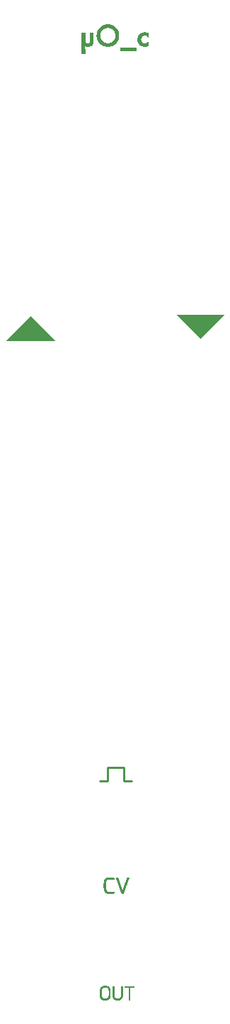
<source format=gto>
G04 DipTrace 3.1.0.0*
G04 uO_c_panel.GTO*
%MOIN*%
G04 #@! TF.FileFunction,Legend,Top*
G04 #@! TF.Part,Single*
%ADD12C,0.001*%
%ADD13C,0.01*%
%FSLAX26Y26*%
G04*
G70*
G90*
G75*
G01*
G04 TopSilk*
%LPD*%
G36*
X681056Y3900251D2*
X906056D1*
X787307Y4018999D1*
X668556Y3900251D1*
D1*
X681056D1*
G37*
G36*
X1481056Y4025249D2*
X1699807D1*
X1587307Y3912751D1*
X1474807Y4025249D1*
D1*
X1481056D1*
G37*
X1112307Y1837751D2*
D13*
X1149807D1*
Y1900249D1*
X1224807D1*
Y1837751D1*
X1262307D1*
X1139575Y5386764D2*
D12*
X1159575D1*
X1136155Y5385764D2*
X1162878D1*
X1133035Y5384764D2*
X1165874D1*
X1130300Y5383764D2*
X1168559D1*
X1127933Y5382764D2*
X1170911D1*
X1125875Y5381764D2*
X1172907D1*
X1124073Y5380764D2*
X1174650D1*
X1122461Y5379764D2*
X1176253D1*
X1120994Y5378764D2*
X1177764D1*
X1119618Y5377764D2*
X1179185D1*
X1118256Y5376764D2*
X1180543D1*
X1116946Y5375764D2*
X1181897D1*
X1115750Y5374764D2*
X1183205D1*
X1114650Y5373764D2*
X1184400D1*
X1113604Y5372764D2*
X1141813D1*
X1157336D2*
X1185496D1*
X1112586Y5371764D2*
X1138396D1*
X1160750D2*
X1186506D1*
X1111583Y5370764D2*
X1135471D1*
X1163644D2*
X1187397D1*
X1110615Y5369764D2*
X1133010D1*
X1166012D2*
X1188165D1*
X1109742Y5368764D2*
X1130943D1*
X1167967D2*
X1188907D1*
X1108981Y5367764D2*
X1129247D1*
X1169643D2*
X1189698D1*
X1108241Y5366764D2*
X1127835D1*
X1171101D2*
X1190479D1*
X1107451Y5365764D2*
X1126531D1*
X1172360D2*
X1191193D1*
X1106675Y5364764D2*
X1125216D1*
X1173486D2*
X1191884D1*
X1105992Y5363764D2*
X1123933D1*
X1174540D2*
X1192575D1*
X1105393Y5362764D2*
X1122783D1*
X1175562D2*
X1193237D1*
X1104818Y5361764D2*
X1121814D1*
X1176570D2*
X1193902D1*
X1104205Y5360764D2*
X1121010D1*
X1177569D2*
X1194578D1*
X1103554Y5359764D2*
X1120252D1*
X1178535D2*
X1195204D1*
X1102943Y5358764D2*
X1119454D1*
X1179404D2*
X1195771D1*
X1102411Y5357764D2*
X1118676D1*
X1180130D2*
X1196300D1*
X1101976Y5356764D2*
X1117992D1*
X1180742D2*
X1196781D1*
X1101612Y5355764D2*
X1117397D1*
X1181293D2*
X1197191D1*
X1101250Y5354764D2*
X1116853D1*
X1181812D2*
X1197545D1*
X1100907Y5353764D2*
X1116336D1*
X1182321D2*
X1197902D1*
X1100584Y5352764D2*
X1115828D1*
X1182823D2*
X1198244D1*
X1100240Y5351764D2*
X1115327D1*
X1183321D2*
X1198566D1*
X1099903Y5350764D2*
X1114829D1*
X1183789D2*
X1198906D1*
X1322575D2*
X1325575D1*
X1099582Y5349764D2*
X1114364D1*
X1184194D2*
X1199212D1*
X1317463D2*
X1330255D1*
X1027575Y5348764D2*
X1041575D1*
X1067575D2*
X1080575D1*
X1099243D2*
X1113991D1*
X1184546D2*
X1199440D1*
X1313446D2*
X1334039D1*
X1027575Y5347764D2*
X1041575D1*
X1067575D2*
X1080575D1*
X1098942D2*
X1113731D1*
X1184898D2*
X1199667D1*
X1310420D2*
X1336862D1*
X1027575Y5346764D2*
X1041575D1*
X1067575D2*
X1080575D1*
X1098749D2*
X1113491D1*
X1185209D2*
X1199951D1*
X1308067D2*
X1339040D1*
X1027575Y5345764D2*
X1041575D1*
X1067575D2*
X1080575D1*
X1098649D2*
X1113201D1*
X1185439D2*
X1200226D1*
X1306144D2*
X1339963D1*
X1027575Y5344764D2*
X1041575D1*
X1067575D2*
X1080575D1*
X1098600D2*
X1112924D1*
X1185667D2*
X1200408D1*
X1304490D2*
X1340290D1*
X1027575Y5343764D2*
X1041575D1*
X1067575D2*
X1080575D1*
X1098547D2*
X1112742D1*
X1185951D2*
X1200503D1*
X1303042D2*
X1340459D1*
X1027575Y5342764D2*
X1041575D1*
X1067575D2*
X1080575D1*
X1098412D2*
X1112647D1*
X1186226D2*
X1200546D1*
X1301787D2*
X1340531D1*
X1027575Y5341764D2*
X1041575D1*
X1067575D2*
X1080575D1*
X1098170D2*
X1112599D1*
X1186408D2*
X1200564D1*
X1300663D2*
X1340559D1*
X1027575Y5340764D2*
X1041575D1*
X1067575D2*
X1080575D1*
X1097913D2*
X1112546D1*
X1186503D2*
X1200571D1*
X1299609D2*
X1340569D1*
X1027575Y5339764D2*
X1041575D1*
X1067575D2*
X1080575D1*
X1097738D2*
X1112412D1*
X1186546D2*
X1200573D1*
X1298591D2*
X1340573D1*
X1027575Y5338764D2*
X1041575D1*
X1067575D2*
X1080575D1*
X1097645D2*
X1112170D1*
X1186564D2*
X1200574D1*
X1297618D2*
X1340574D1*
X1027575Y5337764D2*
X1041575D1*
X1067575D2*
X1080575D1*
X1097603D2*
X1111917D1*
X1186571D2*
X1200575D1*
X1296747D2*
X1340575D1*
X1027575Y5336764D2*
X1041575D1*
X1067575D2*
X1080575D1*
X1097585D2*
X1111777D1*
X1186573D2*
X1200575D1*
X1296020D2*
X1316617D1*
X1329336D2*
X1340575D1*
X1027575Y5335764D2*
X1041575D1*
X1067575D2*
X1080575D1*
X1097579D2*
X1111812D1*
X1186574D2*
X1200575D1*
X1295404D2*
X1314784D1*
X1331754D2*
X1340575D1*
X1027575Y5334764D2*
X1041575D1*
X1067575D2*
X1080575D1*
X1097580D2*
X1112009D1*
X1186575D2*
X1200575D1*
X1294822D2*
X1313190D1*
X1333683D2*
X1340575D1*
X1027575Y5333764D2*
X1041575D1*
X1067575D2*
X1080575D1*
X1097614D2*
X1112248D1*
X1186575D2*
X1200575D1*
X1294210D2*
X1311853D1*
X1335183D2*
X1340575D1*
X1027575Y5332764D2*
X1041575D1*
X1067575D2*
X1080575D1*
X1097741D2*
X1112415D1*
X1186571D2*
X1200575D1*
X1293589D2*
X1310689D1*
X1336416D2*
X1340575D1*
X1027575Y5331764D2*
X1041575D1*
X1067575D2*
X1080575D1*
X1097981D2*
X1112506D1*
X1186536D2*
X1200575D1*
X1293070D2*
X1309623D1*
X1337515D2*
X1340575D1*
X1027575Y5330764D2*
X1041575D1*
X1067575D2*
X1080575D1*
X1098237D2*
X1112551D1*
X1186408D2*
X1200575D1*
X1292654D2*
X1308630D1*
X1338554D2*
X1340575D1*
X1027575Y5329764D2*
X1041575D1*
X1067575D2*
X1080575D1*
X1098412D2*
X1112604D1*
X1186169D2*
X1200571D1*
X1292268D2*
X1307751D1*
X1339575D2*
X1340575D1*
X1027575Y5328764D2*
X1041575D1*
X1067575D2*
X1080575D1*
X1098504D2*
X1112738D1*
X1185912D2*
X1200536D1*
X1291913D2*
X1307026D1*
X1027575Y5327764D2*
X1041575D1*
X1067575D2*
X1080575D1*
X1098551D2*
X1112980D1*
X1185734D2*
X1200408D1*
X1291586D2*
X1306443D1*
X1027575Y5326764D2*
X1041575D1*
X1067575D2*
X1080575D1*
X1098603D2*
X1113241D1*
X1185606D2*
X1200169D1*
X1291244D2*
X1305988D1*
X1027575Y5325764D2*
X1041575D1*
X1067575D2*
X1080575D1*
X1098738D2*
X1113451D1*
X1185432D2*
X1199912D1*
X1290942D2*
X1305616D1*
X1027575Y5324764D2*
X1041575D1*
X1067575D2*
X1080575D1*
X1098980D2*
X1113675D1*
X1185140D2*
X1199734D1*
X1290749D2*
X1305255D1*
X1027575Y5323764D2*
X1041575D1*
X1067575D2*
X1080575D1*
X1099241D2*
X1113992D1*
X1184750D2*
X1199606D1*
X1290649D2*
X1304946D1*
X1027575Y5322764D2*
X1041575D1*
X1067575D2*
X1080575D1*
X1099451D2*
X1114393D1*
X1184329D2*
X1199436D1*
X1290600D2*
X1304747D1*
X1027575Y5321764D2*
X1041575D1*
X1067575D2*
X1080575D1*
X1099671D2*
X1114818D1*
X1183944D2*
X1199175D1*
X1290547D2*
X1304611D1*
X1027575Y5320764D2*
X1041575D1*
X1067575D2*
X1080575D1*
X1099957D2*
X1115208D1*
X1183596D2*
X1198877D1*
X1290412D2*
X1304438D1*
X1027575Y5319764D2*
X1041575D1*
X1067575D2*
X1080575D1*
X1100266D2*
X1115589D1*
X1183207D2*
X1198569D1*
X1290170D2*
X1304180D1*
X1027575Y5318764D2*
X1041575D1*
X1067575D2*
X1080575D1*
X1100578D2*
X1116070D1*
X1182739D2*
X1198201D1*
X1289917D2*
X1303920D1*
X1027575Y5317764D2*
X1041575D1*
X1067575D2*
X1080575D1*
X1100948D2*
X1116654D1*
X1182173D2*
X1197770D1*
X1289777D2*
X1303778D1*
X1027575Y5316764D2*
X1041575D1*
X1067575D2*
X1080575D1*
X1101379D2*
X1117268D1*
X1181538D2*
X1197303D1*
X1289812D2*
X1303812D1*
X1027575Y5315764D2*
X1041575D1*
X1067575D2*
X1080575D1*
X1101846D2*
X1117913D1*
X1180896D2*
X1196816D1*
X1290009D2*
X1304009D1*
X1027575Y5314764D2*
X1041575D1*
X1067571D2*
X1080575D1*
X1102333D2*
X1118586D1*
X1180208D2*
X1196322D1*
X1290248D2*
X1304248D1*
X1027575Y5313764D2*
X1041575D1*
X1067536D2*
X1080575D1*
X1102827D2*
X1119244D1*
X1179438D2*
X1195823D1*
X1290415D2*
X1304419D1*
X1027575Y5312764D2*
X1041575D1*
X1067408D2*
X1080575D1*
X1103326D2*
X1119942D1*
X1178667D2*
X1195325D1*
X1290506D2*
X1304545D1*
X1027575Y5311764D2*
X1041575D1*
X1067169D2*
X1080575D1*
X1103829D2*
X1120749D1*
X1177951D2*
X1194824D1*
X1290551D2*
X1304718D1*
X1027575Y5310764D2*
X1041579D1*
X1066912D2*
X1080575D1*
X1104360D2*
X1121649D1*
X1177222D2*
X1194321D1*
X1290604D2*
X1305010D1*
X1027575Y5309764D2*
X1041614D1*
X1066738D2*
X1080575D1*
X1104956D2*
X1122608D1*
X1176369D2*
X1193785D1*
X1290738D2*
X1305404D1*
X1027575Y5308764D2*
X1041741D1*
X1066641D2*
X1080575D1*
X1105604D2*
X1123625D1*
X1175336D2*
X1193159D1*
X1290983D2*
X1305855D1*
X1027575Y5307764D2*
X1041985D1*
X1066564D2*
X1080571D1*
X1106251D2*
X1124745D1*
X1174136D2*
X1192418D1*
X1291276D2*
X1306337D1*
X1027575Y5306764D2*
X1042276D1*
X1066415D2*
X1080536D1*
X1106941D2*
X1125986D1*
X1172859D2*
X1191659D1*
X1291582D2*
X1306832D1*
X1027575Y5305764D2*
X1042582D1*
X1066133D2*
X1080408D1*
X1107711D2*
X1127281D1*
X1171525D2*
X1190949D1*
X1291949D2*
X1307366D1*
X1339575D2*
X1340575D1*
X1027575Y5304764D2*
X1042949D1*
X1065743D2*
X1080169D1*
X1108483D2*
X1128621D1*
X1170028D2*
X1190225D1*
X1292380D2*
X1307995D1*
X1338575D2*
X1340575D1*
X1027575Y5303764D2*
X1043383D1*
X1065289D2*
X1079908D1*
X1109198D2*
X1130128D1*
X1168321D2*
X1189407D1*
X1292846D2*
X1308774D1*
X1337571D2*
X1340575D1*
X1027575Y5302764D2*
X1043889D1*
X1064770D2*
X1079699D1*
X1109923D2*
X1131914D1*
X1166416D2*
X1188503D1*
X1293333D2*
X1309700D1*
X1336532D2*
X1340575D1*
X1027575Y5301764D2*
X1044547D1*
X1064108D2*
X1079475D1*
X1110742D2*
X1134172D1*
X1164165D2*
X1187546D1*
X1293831D2*
X1310820D1*
X1335361D2*
X1340575D1*
X1027575Y5300764D2*
X1045517D1*
X1063141D2*
X1079158D1*
X1111647D2*
X1137391D1*
X1160981D2*
X1186564D1*
X1294361D2*
X1312276D1*
X1333885D2*
X1340575D1*
X1027575Y5299764D2*
X1047146D1*
X1061583D2*
X1078752D1*
X1112607D2*
X1142327D1*
X1155885D2*
X1185571D1*
X1294956D2*
X1314402D1*
X1331752D2*
X1340575D1*
X1027575Y5298764D2*
X1050094D1*
X1058890D2*
X1078297D1*
X1113625D2*
X1149350D1*
X1148407D2*
X1184570D1*
X1295604D2*
X1317875D1*
X1328276D2*
X1340575D1*
X1027575Y5297764D2*
X1054812D1*
X1054689D2*
X1077814D1*
X1114745D2*
X1183535D1*
X1296251D2*
X1323175D1*
X1322975D2*
X1340575D1*
X1027575Y5296764D2*
X1077317D1*
X1115986D2*
X1182408D1*
X1296945D2*
X1340575D1*
X1027575Y5295764D2*
X1076784D1*
X1117277D2*
X1181165D1*
X1297754D2*
X1340575D1*
X1027575Y5294764D2*
X1076154D1*
X1118582D2*
X1179869D1*
X1298689D2*
X1340575D1*
X1027575Y5293764D2*
X1075379D1*
X1119953D2*
X1178529D1*
X1299771D2*
X1340575D1*
X1027575Y5292764D2*
X1074488D1*
X1121419D2*
X1177030D1*
X1300996D2*
X1340575D1*
X1027575Y5291764D2*
X1073503D1*
X1123017D2*
X1175325D1*
X1302284D2*
X1340567D1*
X1027575Y5290764D2*
X1072392D1*
X1124782D2*
X1173467D1*
X1303622D2*
X1340485D1*
X1027575Y5289764D2*
X1071118D1*
X1126707D2*
X1171487D1*
X1305124D2*
X1340286D1*
X1027575Y5288764D2*
X1069655D1*
X1128864D2*
X1169300D1*
X1306876D2*
X1339395D1*
X1027575Y5287764D2*
X1067871D1*
X1131454D2*
X1166661D1*
X1308972D2*
X1337428D1*
X1027575Y5286764D2*
X1040575D1*
X1043759D2*
X1065560D1*
X1134664D2*
X1163291D1*
X1311620D2*
X1334889D1*
X1027575Y5285764D2*
X1040575D1*
X1047110D2*
X1062705D1*
X1138472D2*
X1159140D1*
X1314917D2*
X1331852D1*
X1027575Y5284764D2*
X1040575D1*
X1050575D2*
X1059575D1*
X1142575D2*
X1154575D1*
X1318575D2*
X1328575D1*
X1027575Y5283764D2*
X1040575D1*
X1027575Y5282764D2*
X1040575D1*
X1027575Y5281764D2*
X1040575D1*
X1027575Y5280764D2*
X1040575D1*
X1027575Y5279764D2*
X1040575D1*
X1027575Y5278764D2*
X1040575D1*
X1027575Y5277764D2*
X1040575D1*
X1208575D2*
X1282575D1*
X1027575Y5276764D2*
X1040579D1*
X1208575D2*
X1282575D1*
X1027575Y5275764D2*
X1040614D1*
X1208575D2*
X1282575D1*
X1027575Y5274764D2*
X1040741D1*
X1208575D2*
X1282575D1*
X1027575Y5273764D2*
X1040981D1*
X1208575D2*
X1282575D1*
X1027575Y5272764D2*
X1041237D1*
X1208575D2*
X1282575D1*
X1027575Y5271764D2*
X1041412D1*
X1208575D2*
X1282575D1*
X1027575Y5270764D2*
X1041504D1*
X1208575D2*
X1282575D1*
X1027575Y5269764D2*
X1041547D1*
X1208575D2*
X1282575D1*
X1027575Y5268764D2*
X1041564D1*
X1208575D2*
X1282575D1*
X1027575Y5267764D2*
X1041571D1*
X1208575D2*
X1282575D1*
X1027575Y5266764D2*
X1041574D1*
X1208575D2*
X1282575D1*
X1027575Y5265764D2*
X1041574D1*
X1208575D2*
X1282575D1*
X1027575Y5264764D2*
X1041575D1*
X1208575D2*
X1282575D1*
X1027575Y5263764D2*
X1041575D1*
X1027575Y5262764D2*
X1041575D1*
X1027575Y5261764D2*
X1041575D1*
X1027575Y5260764D2*
X1041575D1*
X1027575Y5259764D2*
X1041575D1*
X1027575Y5258764D2*
X1041575D1*
X1027575Y5257764D2*
X1041575D1*
X1027575Y5256764D2*
X1041575D1*
X1027575Y5255764D2*
X1041575D1*
X1027575Y5254764D2*
X1041575D1*
X1027575Y5253764D2*
X1041575D1*
X1027575Y5252764D2*
X1041575D1*
X1146807Y1385751D2*
X1169807D1*
X1188807D2*
X1195807D1*
X1241807D2*
X1248807D1*
X1144542Y1384751D2*
X1174064D1*
X1189153D2*
X1196307D1*
X1241307D2*
X1248461D1*
X1142670Y1383751D2*
X1177459D1*
X1189486D2*
X1196722D1*
X1240892D2*
X1248129D1*
X1141190Y1382751D2*
X1178886D1*
X1189803D2*
X1197111D1*
X1240503D2*
X1247812D1*
X1139963Y1381751D2*
X1179382D1*
X1190144D2*
X1197467D1*
X1240147D2*
X1247470D1*
X1138870Y1380751D2*
X1179635D1*
X1190480D2*
X1197795D1*
X1239815D2*
X1247134D1*
X1137868Y1379751D2*
X1179746D1*
X1190800D2*
X1198141D1*
X1239438D2*
X1246811D1*
X1136985Y1378751D2*
X1150046D1*
X1169807D2*
X1179807D1*
X1191143D2*
X1198479D1*
X1239008D2*
X1246436D1*
X1136255Y1377751D2*
X1147628D1*
X1191479D2*
X1198803D1*
X1238571D2*
X1246008D1*
X1135641Y1376751D2*
X1145699D1*
X1191799D2*
X1199178D1*
X1238180D2*
X1245571D1*
X1135093Y1375751D2*
X1144203D1*
X1192143D2*
X1199607D1*
X1237833D2*
X1245180D1*
X1134605Y1374751D2*
X1143005D1*
X1192479D2*
X1200043D1*
X1237479D2*
X1244833D1*
X1134192Y1373751D2*
X1142038D1*
X1192803D2*
X1200434D1*
X1237138D2*
X1244479D1*
X1133838Y1372751D2*
X1141278D1*
X1193178D2*
X1200781D1*
X1236816D2*
X1244138D1*
X1133484Y1371751D2*
X1140683D1*
X1193607D2*
X1201136D1*
X1236472D2*
X1243816D1*
X1133173Y1370751D2*
X1140223D1*
X1194043D2*
X1201477D1*
X1236135D2*
X1243472D1*
X1132943Y1369751D2*
X1139849D1*
X1194434D2*
X1201799D1*
X1235811D2*
X1243135D1*
X1132715Y1368751D2*
X1139488D1*
X1194781D2*
X1202142D1*
X1235436D2*
X1242811D1*
X1132431Y1367751D2*
X1139178D1*
X1195136D2*
X1202479D1*
X1235008D2*
X1242436D1*
X1132156Y1366751D2*
X1138979D1*
X1195477D2*
X1202799D1*
X1234571D2*
X1242008D1*
X1131974Y1365751D2*
X1138843D1*
X1195799D2*
X1203143D1*
X1234180D2*
X1241571D1*
X1131875Y1364751D2*
X1138670D1*
X1196142D2*
X1203479D1*
X1233833D2*
X1241180D1*
X1131797Y1363751D2*
X1138412D1*
X1196479D2*
X1203799D1*
X1233479D2*
X1240833D1*
X1131651Y1362751D2*
X1138149D1*
X1196799D2*
X1204143D1*
X1233138D2*
X1240479D1*
X1131405Y1361751D2*
X1137972D1*
X1197143D2*
X1204479D1*
X1232816D2*
X1240138D1*
X1131146Y1360751D2*
X1137878D1*
X1197479D2*
X1204799D1*
X1232472D2*
X1239812D1*
X1130971Y1359751D2*
X1137835D1*
X1197799D2*
X1205143D1*
X1232135D2*
X1239437D1*
X1130878Y1358751D2*
X1137818D1*
X1198143D2*
X1205479D1*
X1231811D2*
X1239008D1*
X1130835Y1357751D2*
X1137811D1*
X1198479D2*
X1205799D1*
X1231436D2*
X1238571D1*
X1130818Y1356751D2*
X1137808D1*
X1198799D2*
X1206143D1*
X1231008D2*
X1238180D1*
X1130811Y1355751D2*
X1137808D1*
X1199143D2*
X1206479D1*
X1230571D2*
X1237833D1*
X1130808Y1354751D2*
X1137807D1*
X1199479D2*
X1206803D1*
X1230180D2*
X1237479D1*
X1130808Y1353751D2*
X1137807D1*
X1199803D2*
X1207178D1*
X1229833D2*
X1237138D1*
X1130807Y1352751D2*
X1137807D1*
X1200178D2*
X1207607D1*
X1229479D2*
X1236816D1*
X1130807Y1351751D2*
X1137807D1*
X1200607D2*
X1208043D1*
X1229138D2*
X1236472D1*
X1130807Y1350751D2*
X1137807D1*
X1201043D2*
X1208434D1*
X1228812D2*
X1236135D1*
X1130807Y1349751D2*
X1137807D1*
X1201434D2*
X1208781D1*
X1228437D2*
X1235811D1*
X1130807Y1348751D2*
X1137807D1*
X1201781D2*
X1209136D1*
X1228008D2*
X1235436D1*
X1130807Y1347751D2*
X1137807D1*
X1202136D2*
X1209477D1*
X1227571D2*
X1235008D1*
X1130807Y1346751D2*
X1137807D1*
X1202477D2*
X1209799D1*
X1227180D2*
X1234571D1*
X1130807Y1345751D2*
X1137807D1*
X1202799D2*
X1210142D1*
X1226833D2*
X1234180D1*
X1130807Y1344751D2*
X1137807D1*
X1203142D2*
X1210479D1*
X1226479D2*
X1233833D1*
X1130807Y1343751D2*
X1137807D1*
X1203479D2*
X1210799D1*
X1226138D2*
X1233479D1*
X1130807Y1342751D2*
X1137807D1*
X1203799D2*
X1211143D1*
X1225816D2*
X1233138D1*
X1130807Y1341751D2*
X1137807D1*
X1204143D2*
X1211479D1*
X1225472D2*
X1232816D1*
X1130811Y1340751D2*
X1137807D1*
X1204479D2*
X1211799D1*
X1225135D2*
X1232472D1*
X1130846Y1339751D2*
X1137811D1*
X1204799D2*
X1212143D1*
X1224811D2*
X1232135D1*
X1130974Y1338751D2*
X1137846D1*
X1205143D2*
X1212479D1*
X1224436D2*
X1231811D1*
X1131213Y1337751D2*
X1137974D1*
X1205479D2*
X1212799D1*
X1224008D2*
X1231436D1*
X1131469Y1336751D2*
X1138213D1*
X1205803D2*
X1213143D1*
X1223571D2*
X1231008D1*
X1131644Y1335751D2*
X1138469D1*
X1206178D2*
X1213479D1*
X1223180D2*
X1230571D1*
X1131741Y1334751D2*
X1138648D1*
X1206607D2*
X1213803D1*
X1222833D2*
X1230180D1*
X1131818Y1333751D2*
X1138776D1*
X1207043D2*
X1214178D1*
X1222479D2*
X1229833D1*
X1131963Y1332751D2*
X1138946D1*
X1207434D2*
X1214607D1*
X1222138D2*
X1229479D1*
X1132213Y1331751D2*
X1139206D1*
X1207781D2*
X1215043D1*
X1221816D2*
X1229138D1*
X1132507Y1330751D2*
X1139505D1*
X1208136D2*
X1215434D1*
X1221472D2*
X1228812D1*
X1132810Y1329751D2*
X1139813D1*
X1208477D2*
X1215781D1*
X1221135D2*
X1228437D1*
X1133146Y1328751D2*
X1140185D1*
X1208799D2*
X1216139D1*
X1220807D2*
X1228008D1*
X1133480Y1327751D2*
X1140647D1*
X1209142D2*
X1216522D1*
X1220391D2*
X1227571D1*
X1133804Y1326751D2*
X1141210D1*
X1209479D2*
X1217026D1*
X1219778D2*
X1227180D1*
X1134178Y1325751D2*
X1141844D1*
X1209799D2*
X1217815D1*
X1218886D2*
X1226833D1*
X1134611Y1324751D2*
X1142486D1*
X1210143D2*
X1226479D1*
X1135078Y1323751D2*
X1143182D1*
X1210479D2*
X1226138D1*
X1135566Y1322751D2*
X1144029D1*
X1210799D2*
X1225816D1*
X1136063Y1321751D2*
X1145134D1*
X1211143D2*
X1225472D1*
X1136598Y1320751D2*
X1146661D1*
X1211479D2*
X1225135D1*
X1137227Y1319751D2*
X1148707D1*
X1211799D2*
X1224811D1*
X1138003Y1318751D2*
X1151168D1*
X1174807D2*
X1179807D1*
X1212143D2*
X1224436D1*
X1138893Y1317751D2*
X1179807D1*
X1212479D2*
X1224008D1*
X1139878Y1316751D2*
X1179803D1*
X1212803D2*
X1223571D1*
X1140993Y1315751D2*
X1179745D1*
X1213178D2*
X1223180D1*
X1142311Y1314751D2*
X1179592D1*
X1213607D2*
X1222832D1*
X1143973Y1313751D2*
X1178623D1*
X1214049D2*
X1222473D1*
X1146262Y1312751D2*
X1175966D1*
X1214452D2*
X1222124D1*
X1149322Y1311751D2*
X1172807D1*
X1214807D2*
X1221807D1*
X1152807Y1310751D2*
X1160807D1*
X1130056Y877249D2*
X1143056D1*
X1126714Y876249D2*
X1146399D1*
X1172056D2*
X1178056D1*
X1213056D2*
X1219056D1*
X1229056D2*
X1273056D1*
X1124019Y875249D2*
X1149094D1*
X1172056D2*
X1178056D1*
X1213056D2*
X1219056D1*
X1229056D2*
X1273056D1*
X1121989Y874249D2*
X1151123D1*
X1172056D2*
X1178056D1*
X1213056D2*
X1219056D1*
X1229056D2*
X1273056D1*
X1120462Y873249D2*
X1152654D1*
X1172056D2*
X1178056D1*
X1213056D2*
X1219056D1*
X1229056D2*
X1273056D1*
X1119256Y872249D2*
X1153892D1*
X1172056D2*
X1178056D1*
X1213056D2*
X1219056D1*
X1229056D2*
X1273056D1*
X1118287Y871249D2*
X1154957D1*
X1172056D2*
X1178056D1*
X1213056D2*
X1219056D1*
X1229056D2*
X1273056D1*
X1117523Y870249D2*
X1127098D1*
X1145663D2*
X1155864D1*
X1172056D2*
X1178056D1*
X1213056D2*
X1219056D1*
X1248056D2*
X1254056D1*
X1116897Y869249D2*
X1125270D1*
X1147829D2*
X1156600D1*
X1172056D2*
X1178056D1*
X1213056D2*
X1219056D1*
X1248056D2*
X1254056D1*
X1116341Y868249D2*
X1123711D1*
X1149464D2*
X1157186D1*
X1172056D2*
X1178056D1*
X1213056D2*
X1219056D1*
X1248056D2*
X1254056D1*
X1115820Y867249D2*
X1122505D1*
X1150657D2*
X1157642D1*
X1172056D2*
X1178056D1*
X1213056D2*
X1219056D1*
X1248056D2*
X1254056D1*
X1115314Y866249D2*
X1121616D1*
X1151523D2*
X1158015D1*
X1172056D2*
X1178056D1*
X1213056D2*
X1219056D1*
X1248056D2*
X1254056D1*
X1114844Y865249D2*
X1120933D1*
X1152191D2*
X1158376D1*
X1172056D2*
X1178056D1*
X1213056D2*
X1219056D1*
X1248056D2*
X1254056D1*
X1114438Y864249D2*
X1120358D1*
X1152759D2*
X1158689D1*
X1172056D2*
X1178056D1*
X1213056D2*
X1219056D1*
X1248056D2*
X1254056D1*
X1114086Y863249D2*
X1119864D1*
X1153251D2*
X1158920D1*
X1172056D2*
X1178056D1*
X1213056D2*
X1219056D1*
X1248056D2*
X1254056D1*
X1113733Y862249D2*
X1119483D1*
X1153631D2*
X1159148D1*
X1172056D2*
X1178056D1*
X1213056D2*
X1219056D1*
X1248056D2*
X1254056D1*
X1113426Y861249D2*
X1119250D1*
X1153863D2*
X1159433D1*
X1172056D2*
X1178056D1*
X1213056D2*
X1219056D1*
X1248056D2*
X1254056D1*
X1113232Y860249D2*
X1119100D1*
X1154012D2*
X1159708D1*
X1172056D2*
X1178056D1*
X1213056D2*
X1219056D1*
X1248056D2*
X1254056D1*
X1113127Y859249D2*
X1118922D1*
X1154190D2*
X1159889D1*
X1172056D2*
X1178056D1*
X1213056D2*
X1219056D1*
X1248056D2*
X1254056D1*
X1113047Y858249D2*
X1118662D1*
X1154450D2*
X1159989D1*
X1172056D2*
X1178056D1*
X1213056D2*
X1219056D1*
X1248056D2*
X1254056D1*
X1112901Y857249D2*
X1118398D1*
X1154715D2*
X1160067D1*
X1172056D2*
X1178056D1*
X1213056D2*
X1219056D1*
X1248056D2*
X1254056D1*
X1112654Y856249D2*
X1118221D1*
X1154892D2*
X1160212D1*
X1172056D2*
X1178056D1*
X1213056D2*
X1219056D1*
X1248056D2*
X1254056D1*
X1112395Y855249D2*
X1118127D1*
X1154985D2*
X1160459D1*
X1172056D2*
X1178056D1*
X1213056D2*
X1219056D1*
X1248056D2*
X1254056D1*
X1112220Y854249D2*
X1118085D1*
X1155028D2*
X1160718D1*
X1172056D2*
X1178056D1*
X1213056D2*
X1219056D1*
X1248056D2*
X1254056D1*
X1112127Y853249D2*
X1118067D1*
X1155046D2*
X1160893D1*
X1172056D2*
X1178056D1*
X1213056D2*
X1219056D1*
X1248056D2*
X1254056D1*
X1112085Y852249D2*
X1118060D1*
X1155053D2*
X1160986D1*
X1172056D2*
X1178056D1*
X1213056D2*
X1219056D1*
X1248056D2*
X1254056D1*
X1112067Y851249D2*
X1118058D1*
X1155055D2*
X1161028D1*
X1172056D2*
X1178056D1*
X1213056D2*
X1219056D1*
X1248056D2*
X1254056D1*
X1112060Y850249D2*
X1118057D1*
X1155056D2*
X1161046D1*
X1172056D2*
X1178056D1*
X1213056D2*
X1219056D1*
X1248056D2*
X1254056D1*
X1112058Y849249D2*
X1118057D1*
X1155056D2*
X1161053D1*
X1172056D2*
X1178056D1*
X1213056D2*
X1219056D1*
X1248056D2*
X1254056D1*
X1112057Y848249D2*
X1118056D1*
X1155056D2*
X1161055D1*
X1172056D2*
X1178056D1*
X1213056D2*
X1219056D1*
X1248056D2*
X1254056D1*
X1112057Y847249D2*
X1118056D1*
X1155056D2*
X1161056D1*
X1172056D2*
X1178056D1*
X1213056D2*
X1219056D1*
X1248056D2*
X1254056D1*
X1112056Y846249D2*
X1118056D1*
X1155056D2*
X1161056D1*
X1172056D2*
X1178056D1*
X1213056D2*
X1219056D1*
X1248056D2*
X1254056D1*
X1112056Y845249D2*
X1118056D1*
X1155056D2*
X1161056D1*
X1172056D2*
X1178056D1*
X1213056D2*
X1219056D1*
X1248056D2*
X1254056D1*
X1112056Y844249D2*
X1118056D1*
X1155056D2*
X1161056D1*
X1172056D2*
X1178056D1*
X1213056D2*
X1219056D1*
X1248056D2*
X1254056D1*
X1112056Y843249D2*
X1118056D1*
X1155056D2*
X1161056D1*
X1172056D2*
X1178056D1*
X1213056D2*
X1219056D1*
X1248056D2*
X1254056D1*
X1112056Y842249D2*
X1118056D1*
X1155056D2*
X1161056D1*
X1172056D2*
X1178056D1*
X1213056D2*
X1219056D1*
X1248056D2*
X1254056D1*
X1112056Y841249D2*
X1118056D1*
X1155056D2*
X1161056D1*
X1172056D2*
X1178056D1*
X1213056D2*
X1219056D1*
X1248056D2*
X1254056D1*
X1112056Y840249D2*
X1118056D1*
X1155056D2*
X1161056D1*
X1172056D2*
X1178056D1*
X1213056D2*
X1219056D1*
X1248056D2*
X1254056D1*
X1112056Y839249D2*
X1118056D1*
X1155056D2*
X1161056D1*
X1172056D2*
X1178056D1*
X1213056D2*
X1219056D1*
X1248056D2*
X1254056D1*
X1112056Y838249D2*
X1118056D1*
X1155056D2*
X1161053D1*
X1172060D2*
X1178056D1*
X1213056D2*
X1219053D1*
X1248056D2*
X1254056D1*
X1112060Y837249D2*
X1118056D1*
X1155056D2*
X1161017D1*
X1172095D2*
X1178056D1*
X1213056D2*
X1219017D1*
X1248056D2*
X1254056D1*
X1112095Y836249D2*
X1118056D1*
X1155053D2*
X1160890D1*
X1172223D2*
X1178056D1*
X1213053D2*
X1218890D1*
X1248056D2*
X1254056D1*
X1112223Y835249D2*
X1118056D1*
X1155017D2*
X1160650D1*
X1172462D2*
X1178060D1*
X1213017D2*
X1218650D1*
X1248056D2*
X1254056D1*
X1112462Y834249D2*
X1118060D1*
X1154890D2*
X1160394D1*
X1172719D2*
X1178095D1*
X1212890D2*
X1218394D1*
X1248056D2*
X1254056D1*
X1112719Y833249D2*
X1118095D1*
X1154650D2*
X1160220D1*
X1172893D2*
X1178223D1*
X1212650D2*
X1218220D1*
X1248056D2*
X1254056D1*
X1112893Y832249D2*
X1118223D1*
X1154394D2*
X1160123D1*
X1172986D2*
X1178462D1*
X1212394D2*
X1218127D1*
X1248056D2*
X1254056D1*
X1112990Y831249D2*
X1118462D1*
X1154216D2*
X1160045D1*
X1173032D2*
X1178719D1*
X1212216D2*
X1218081D1*
X1248056D2*
X1254056D1*
X1113067Y830249D2*
X1118723D1*
X1154088D2*
X1159900D1*
X1173085D2*
X1178897D1*
X1212088D2*
X1218028D1*
X1248056D2*
X1254056D1*
X1113212Y829249D2*
X1118932D1*
X1153914D2*
X1159654D1*
X1173219D2*
X1179025D1*
X1211914D2*
X1217894D1*
X1248056D2*
X1254056D1*
X1113459Y828249D2*
X1119156D1*
X1153622D2*
X1159391D1*
X1173461D2*
X1179199D1*
X1211622D2*
X1217648D1*
X1248056D2*
X1254056D1*
X1113721Y827249D2*
X1119477D1*
X1153227D2*
X1159181D1*
X1173722D2*
X1179491D1*
X1211227D2*
X1217355D1*
X1248056D2*
X1254056D1*
X1113932Y826249D2*
X1119918D1*
X1152772D2*
X1158957D1*
X1173932D2*
X1179885D1*
X1210772D2*
X1217053D1*
X1248056D2*
X1254056D1*
X1114156Y825249D2*
X1120505D1*
X1152255D2*
X1158639D1*
X1174152D2*
X1180341D1*
X1210255D2*
X1216717D1*
X1248056D2*
X1254056D1*
X1114473Y824249D2*
X1121266D1*
X1151628D2*
X1158234D1*
X1174438D2*
X1180857D1*
X1209632D2*
X1216383D1*
X1248056D2*
X1254056D1*
X1114879Y823249D2*
X1122193D1*
X1150809D2*
X1157778D1*
X1174747D2*
X1181492D1*
X1208852D2*
X1216060D1*
X1248056D2*
X1254056D1*
X1115338Y822249D2*
X1123385D1*
X1149678D2*
X1157295D1*
X1175060D2*
X1182382D1*
X1207888D2*
X1215682D1*
X1248056D2*
X1254056D1*
X1115857Y821249D2*
X1125103D1*
X1147990D2*
X1156799D1*
X1175434D2*
X1183767D1*
X1206606D2*
X1215214D1*
X1248056D2*
X1254056D1*
X1116480Y820249D2*
X1127561D1*
X1145544D2*
X1156266D1*
X1175900D2*
X1185924D1*
X1204821D2*
X1214615D1*
X1248056D2*
X1254056D1*
X1117253Y819249D2*
X1130666D1*
X1142444D2*
X1155632D1*
X1176498D2*
X1188821D1*
X1202550D2*
X1213853D1*
X1248056D2*
X1254056D1*
X1118143Y818249D2*
X1154818D1*
X1177264D2*
X1212967D1*
X1248056D2*
X1254056D1*
X1119140Y817249D2*
X1153761D1*
X1178189D2*
X1211980D1*
X1248056D2*
X1254056D1*
X1120362Y816249D2*
X1152367D1*
X1179341D2*
X1210835D1*
X1248056D2*
X1254056D1*
X1122065Y815249D2*
X1150571D1*
X1180877D2*
X1209440D1*
X1248056D2*
X1254056D1*
X1124386Y814249D2*
X1148408D1*
X1182850D2*
X1207804D1*
X1248056D2*
X1254056D1*
X1127056Y813249D2*
X1146056D1*
X1185056D2*
X1206056D1*
X1248056D2*
X1254056D1*
X1139575Y5386764D2*
X1136155Y5385764D1*
X1133035Y5384764D1*
X1130300Y5383764D1*
X1127933Y5382764D1*
X1125875Y5381764D1*
X1124073Y5380764D1*
X1122461Y5379764D1*
X1120994Y5378764D1*
X1119618Y5377764D1*
X1118256Y5376764D1*
X1116946Y5375764D1*
X1115750Y5374764D1*
X1114650Y5373764D1*
X1113604Y5372764D1*
X1112586Y5371764D1*
X1111583Y5370764D1*
X1110615Y5369764D1*
X1109742Y5368764D1*
X1108981Y5367764D1*
X1108241Y5366764D1*
X1107451Y5365764D1*
X1106675Y5364764D1*
X1105992Y5363764D1*
X1105393Y5362764D1*
X1104818Y5361764D1*
X1104205Y5360764D1*
X1103554Y5359764D1*
X1102943Y5358764D1*
X1102411Y5357764D1*
X1101976Y5356764D1*
X1101612Y5355764D1*
X1101250Y5354764D1*
X1100907Y5353764D1*
X1100584Y5352764D1*
X1100240Y5351764D1*
X1099903Y5350764D1*
X1099582Y5349764D1*
X1099243Y5348764D1*
X1098942Y5347764D1*
X1098749Y5346764D1*
X1098649Y5345764D1*
X1098600Y5344764D1*
X1098547Y5343764D1*
X1098412Y5342764D1*
X1098170Y5341764D1*
X1097913Y5340764D1*
X1097738Y5339764D1*
X1097645Y5338764D1*
X1097603Y5337764D1*
X1097585Y5336764D1*
X1097579Y5335764D1*
X1097580Y5334764D1*
X1097614Y5333764D1*
X1097741Y5332764D1*
X1097981Y5331764D1*
X1098237Y5330764D1*
X1098412Y5329764D1*
X1098504Y5328764D1*
X1098551Y5327764D1*
X1098603Y5326764D1*
X1098738Y5325764D1*
X1098980Y5324764D1*
X1099241Y5323764D1*
X1099451Y5322764D1*
X1099671Y5321764D1*
X1099957Y5320764D1*
X1100266Y5319764D1*
X1100578Y5318764D1*
X1100948Y5317764D1*
X1101379Y5316764D1*
X1101846Y5315764D1*
X1102333Y5314764D1*
X1102827Y5313764D1*
X1103326Y5312764D1*
X1103829Y5311764D1*
X1104360Y5310764D1*
X1104956Y5309764D1*
X1105604Y5308764D1*
X1106251Y5307764D1*
X1106941Y5306764D1*
X1107711Y5305764D1*
X1108483Y5304764D1*
X1109198Y5303764D1*
X1109923Y5302764D1*
X1110742Y5301764D1*
X1111647Y5300764D1*
X1112607Y5299764D1*
X1113625Y5298764D1*
X1114745Y5297764D1*
X1115986Y5296764D1*
X1117277Y5295764D1*
X1118582Y5294764D1*
X1119953Y5293764D1*
X1121419Y5292764D1*
X1123017Y5291764D1*
X1124782Y5290764D1*
X1126707Y5289764D1*
X1128864Y5288764D1*
X1131454Y5287764D1*
X1134664Y5286764D1*
X1138472Y5285764D1*
X1142575Y5284764D1*
X1159575Y5386764D2*
X1162878Y5385764D1*
X1165874Y5384764D1*
X1168559Y5383764D1*
X1170911Y5382764D1*
X1172907Y5381764D1*
X1174650Y5380764D1*
X1176253Y5379764D1*
X1177764Y5378764D1*
X1179185Y5377764D1*
X1180543Y5376764D1*
X1181897Y5375764D1*
X1183205Y5374764D1*
X1184400Y5373764D1*
X1185496Y5372764D1*
X1186506Y5371764D1*
X1187397Y5370764D1*
X1188165Y5369764D1*
X1188907Y5368764D1*
X1189698Y5367764D1*
X1190479Y5366764D1*
X1191193Y5365764D1*
X1191884Y5364764D1*
X1192575Y5363764D1*
X1193237Y5362764D1*
X1193902Y5361764D1*
X1194578Y5360764D1*
X1195204Y5359764D1*
X1195771Y5358764D1*
X1196300Y5357764D1*
X1196781Y5356764D1*
X1197191Y5355764D1*
X1197545Y5354764D1*
X1197902Y5353764D1*
X1198244Y5352764D1*
X1198566Y5351764D1*
X1198906Y5350764D1*
X1199212Y5349764D1*
X1199440Y5348764D1*
X1199667Y5347764D1*
X1199951Y5346764D1*
X1200226Y5345764D1*
X1200408Y5344764D1*
X1200503Y5343764D1*
X1200546Y5342764D1*
X1200564Y5341764D1*
X1200571Y5340764D1*
X1200573Y5339764D1*
X1200574Y5338764D1*
X1200575Y5337764D1*
Y5336764D1*
Y5335764D1*
Y5334764D1*
Y5333764D1*
Y5332764D1*
Y5331764D1*
Y5330764D1*
X1200571Y5329764D1*
X1200536Y5328764D1*
X1200408Y5327764D1*
X1200169Y5326764D1*
X1199912Y5325764D1*
X1199734Y5324764D1*
X1199606Y5323764D1*
X1199436Y5322764D1*
X1199175Y5321764D1*
X1198877Y5320764D1*
X1198569Y5319764D1*
X1198201Y5318764D1*
X1197770Y5317764D1*
X1197303Y5316764D1*
X1196816Y5315764D1*
X1196322Y5314764D1*
X1195823Y5313764D1*
X1195325Y5312764D1*
X1194824Y5311764D1*
X1194321Y5310764D1*
X1193785Y5309764D1*
X1193159Y5308764D1*
X1192418Y5307764D1*
X1191659Y5306764D1*
X1190949Y5305764D1*
X1190225Y5304764D1*
X1189407Y5303764D1*
X1188503Y5302764D1*
X1187546Y5301764D1*
X1186564Y5300764D1*
X1185571Y5299764D1*
X1184570Y5298764D1*
X1183535Y5297764D1*
X1182408Y5296764D1*
X1181165Y5295764D1*
X1179869Y5294764D1*
X1178529Y5293764D1*
X1177030Y5292764D1*
X1175325Y5291764D1*
X1173467Y5290764D1*
X1171487Y5289764D1*
X1169300Y5288764D1*
X1166661Y5287764D1*
X1163291Y5286764D1*
X1159140Y5285764D1*
X1154575Y5284764D1*
X1145575Y5373764D2*
X1141813Y5372764D1*
X1138396Y5371764D1*
X1135471Y5370764D1*
X1133010Y5369764D1*
X1130943Y5368764D1*
X1129247Y5367764D1*
X1127835Y5366764D1*
X1126531Y5365764D1*
X1125216Y5364764D1*
X1123933Y5363764D1*
X1122783Y5362764D1*
X1121814Y5361764D1*
X1121010Y5360764D1*
X1120252Y5359764D1*
X1119454Y5358764D1*
X1118676Y5357764D1*
X1117992Y5356764D1*
X1117397Y5355764D1*
X1116853Y5354764D1*
X1116336Y5353764D1*
X1115828Y5352764D1*
X1115327Y5351764D1*
X1114829Y5350764D1*
X1114364Y5349764D1*
X1113991Y5348764D1*
X1113731Y5347764D1*
X1113491Y5346764D1*
X1113201Y5345764D1*
X1112924Y5344764D1*
X1112742Y5343764D1*
X1112647Y5342764D1*
X1112599Y5341764D1*
X1112546Y5340764D1*
X1112412Y5339764D1*
X1112170Y5338764D1*
X1111917Y5337764D1*
X1111777Y5336764D1*
X1111812Y5335764D1*
X1112009Y5334764D1*
X1112248Y5333764D1*
X1112415Y5332764D1*
X1112506Y5331764D1*
X1112551Y5330764D1*
X1112604Y5329764D1*
X1112738Y5328764D1*
X1112980Y5327764D1*
X1113241Y5326764D1*
X1113451Y5325764D1*
X1113675Y5324764D1*
X1113992Y5323764D1*
X1114393Y5322764D1*
X1114818Y5321764D1*
X1115208Y5320764D1*
X1115589Y5319764D1*
X1116070Y5318764D1*
X1116654Y5317764D1*
X1117268Y5316764D1*
X1117913Y5315764D1*
X1118586Y5314764D1*
X1119244Y5313764D1*
X1119942Y5312764D1*
X1120749Y5311764D1*
X1121649Y5310764D1*
X1122608Y5309764D1*
X1123625Y5308764D1*
X1124745Y5307764D1*
X1125986Y5306764D1*
X1127281Y5305764D1*
X1128621Y5304764D1*
X1130128Y5303764D1*
X1131914Y5302764D1*
X1134172Y5301764D1*
X1137391Y5300764D1*
X1142327Y5299764D1*
X1149350Y5298764D1*
X1157575Y5297764D1*
X1153575Y5373764D2*
X1157336Y5372764D1*
X1160750Y5371764D1*
X1163644Y5370764D1*
X1166012Y5369764D1*
X1167967Y5368764D1*
X1169643Y5367764D1*
X1171101Y5366764D1*
X1172360Y5365764D1*
X1173486Y5364764D1*
X1174540Y5363764D1*
X1175562Y5362764D1*
X1176570Y5361764D1*
X1177569Y5360764D1*
X1178535Y5359764D1*
X1179404Y5358764D1*
X1180130Y5357764D1*
X1180742Y5356764D1*
X1181293Y5355764D1*
X1181812Y5354764D1*
X1182321Y5353764D1*
X1182823Y5352764D1*
X1183321Y5351764D1*
X1183789Y5350764D1*
X1184194Y5349764D1*
X1184546Y5348764D1*
X1184898Y5347764D1*
X1185209Y5346764D1*
X1185439Y5345764D1*
X1185667Y5344764D1*
X1185951Y5343764D1*
X1186226Y5342764D1*
X1186408Y5341764D1*
X1186503Y5340764D1*
X1186546Y5339764D1*
X1186564Y5338764D1*
X1186571Y5337764D1*
X1186573Y5336764D1*
X1186574Y5335764D1*
X1186575Y5334764D1*
Y5333764D1*
X1186571Y5332764D1*
X1186536Y5331764D1*
X1186408Y5330764D1*
X1186169Y5329764D1*
X1185912Y5328764D1*
X1185734Y5327764D1*
X1185606Y5326764D1*
X1185432Y5325764D1*
X1185140Y5324764D1*
X1184750Y5323764D1*
X1184329Y5322764D1*
X1183944Y5321764D1*
X1183596Y5320764D1*
X1183207Y5319764D1*
X1182739Y5318764D1*
X1182173Y5317764D1*
X1181538Y5316764D1*
X1180896Y5315764D1*
X1180208Y5314764D1*
X1179438Y5313764D1*
X1178667Y5312764D1*
X1177951Y5311764D1*
X1177222Y5310764D1*
X1176369Y5309764D1*
X1175336Y5308764D1*
X1174136Y5307764D1*
X1172859Y5306764D1*
X1171525Y5305764D1*
X1170028Y5304764D1*
X1168321Y5303764D1*
X1166416Y5302764D1*
X1164165Y5301764D1*
X1160981Y5300764D1*
X1155885Y5299764D1*
X1148407Y5298764D1*
X1139575Y5297764D1*
X1322575Y5350764D2*
X1317463Y5349764D1*
X1313446Y5348764D1*
X1310420Y5347764D1*
X1308067Y5346764D1*
X1306144Y5345764D1*
X1304490Y5344764D1*
X1303042Y5343764D1*
X1301787Y5342764D1*
X1300663Y5341764D1*
X1299609Y5340764D1*
X1298591Y5339764D1*
X1297618Y5338764D1*
X1296747Y5337764D1*
X1296020Y5336764D1*
X1295404Y5335764D1*
X1294822Y5334764D1*
X1294210Y5333764D1*
X1293589Y5332764D1*
X1293070Y5331764D1*
X1292654Y5330764D1*
X1292268Y5329764D1*
X1291913Y5328764D1*
X1291586Y5327764D1*
X1291244Y5326764D1*
X1290942Y5325764D1*
X1290749Y5324764D1*
X1290649Y5323764D1*
X1290600Y5322764D1*
X1290547Y5321764D1*
X1290412Y5320764D1*
X1290170Y5319764D1*
X1289917Y5318764D1*
X1289777Y5317764D1*
X1289812Y5316764D1*
X1290009Y5315764D1*
X1290248Y5314764D1*
X1290415Y5313764D1*
X1290506Y5312764D1*
X1290551Y5311764D1*
X1290604Y5310764D1*
X1290738Y5309764D1*
X1290983Y5308764D1*
X1291276Y5307764D1*
X1291582Y5306764D1*
X1291949Y5305764D1*
X1292380Y5304764D1*
X1292846Y5303764D1*
X1293333Y5302764D1*
X1293831Y5301764D1*
X1294361Y5300764D1*
X1294956Y5299764D1*
X1295604Y5298764D1*
X1296251Y5297764D1*
X1296945Y5296764D1*
X1297754Y5295764D1*
X1298689Y5294764D1*
X1299771Y5293764D1*
X1300996Y5292764D1*
X1302284Y5291764D1*
X1303622Y5290764D1*
X1305124Y5289764D1*
X1306876Y5288764D1*
X1308972Y5287764D1*
X1311620Y5286764D1*
X1314917Y5285764D1*
X1318575Y5284764D1*
X1325575Y5350764D2*
X1330255Y5349764D1*
X1334039Y5348764D1*
X1336862Y5347764D1*
X1339040Y5346764D1*
X1339963Y5345764D1*
X1340290Y5344764D1*
X1340459Y5343764D1*
X1340531Y5342764D1*
X1340559Y5341764D1*
X1340569Y5340764D1*
X1340573Y5339764D1*
X1340574Y5338764D1*
X1340575Y5337764D1*
Y5336764D1*
Y5335764D1*
Y5334764D1*
Y5333764D1*
Y5332764D1*
Y5331764D1*
Y5330764D1*
Y5329764D1*
X1027575Y5348764D2*
Y5347764D1*
Y5346764D1*
Y5345764D1*
Y5344764D1*
Y5343764D1*
Y5342764D1*
Y5341764D1*
Y5340764D1*
Y5339764D1*
Y5338764D1*
Y5337764D1*
Y5336764D1*
Y5335764D1*
Y5334764D1*
Y5333764D1*
Y5332764D1*
Y5331764D1*
Y5330764D1*
Y5329764D1*
Y5328764D1*
Y5327764D1*
Y5326764D1*
Y5325764D1*
Y5324764D1*
Y5323764D1*
Y5322764D1*
Y5321764D1*
Y5320764D1*
Y5319764D1*
Y5318764D1*
Y5317764D1*
Y5316764D1*
Y5315764D1*
Y5314764D1*
Y5313764D1*
Y5312764D1*
Y5311764D1*
Y5310764D1*
Y5309764D1*
Y5308764D1*
Y5307764D1*
Y5306764D1*
Y5305764D1*
Y5304764D1*
Y5303764D1*
Y5302764D1*
Y5301764D1*
Y5300764D1*
Y5299764D1*
Y5298764D1*
Y5297764D1*
Y5296764D1*
Y5295764D1*
Y5294764D1*
Y5293764D1*
Y5292764D1*
Y5291764D1*
Y5290764D1*
Y5289764D1*
Y5288764D1*
Y5287764D1*
Y5286764D1*
Y5285764D1*
Y5284764D1*
Y5283764D1*
Y5282764D1*
Y5281764D1*
Y5280764D1*
Y5279764D1*
Y5278764D1*
Y5277764D1*
Y5276764D1*
Y5275764D1*
Y5274764D1*
Y5273764D1*
Y5272764D1*
Y5271764D1*
Y5270764D1*
Y5269764D1*
Y5268764D1*
Y5267764D1*
Y5266764D1*
Y5265764D1*
Y5264764D1*
Y5263764D1*
Y5262764D1*
Y5261764D1*
Y5260764D1*
Y5259764D1*
Y5258764D1*
Y5257764D1*
Y5256764D1*
Y5255764D1*
Y5254764D1*
Y5253764D1*
Y5252764D1*
X1041575Y5348764D2*
Y5347764D1*
Y5346764D1*
Y5345764D1*
Y5344764D1*
Y5343764D1*
Y5342764D1*
Y5341764D1*
Y5340764D1*
Y5339764D1*
Y5338764D1*
Y5337764D1*
Y5336764D1*
Y5335764D1*
Y5334764D1*
Y5333764D1*
Y5332764D1*
Y5331764D1*
Y5330764D1*
Y5329764D1*
Y5328764D1*
Y5327764D1*
Y5326764D1*
Y5325764D1*
Y5324764D1*
Y5323764D1*
Y5322764D1*
Y5321764D1*
Y5320764D1*
Y5319764D1*
Y5318764D1*
Y5317764D1*
Y5316764D1*
Y5315764D1*
Y5314764D1*
Y5313764D1*
Y5312764D1*
Y5311764D1*
X1041579Y5310764D1*
X1041614Y5309764D1*
X1041741Y5308764D1*
X1041985Y5307764D1*
X1042276Y5306764D1*
X1042582Y5305764D1*
X1042949Y5304764D1*
X1043383Y5303764D1*
X1043889Y5302764D1*
X1044547Y5301764D1*
X1045517Y5300764D1*
X1047146Y5299764D1*
X1050094Y5298764D1*
X1054812Y5297764D1*
X1060575Y5296764D1*
X1067575Y5348764D2*
Y5347764D1*
Y5346764D1*
Y5345764D1*
Y5344764D1*
Y5343764D1*
Y5342764D1*
Y5341764D1*
Y5340764D1*
Y5339764D1*
Y5338764D1*
Y5337764D1*
Y5336764D1*
Y5335764D1*
Y5334764D1*
Y5333764D1*
Y5332764D1*
Y5331764D1*
Y5330764D1*
Y5329764D1*
Y5328764D1*
Y5327764D1*
Y5326764D1*
Y5325764D1*
Y5324764D1*
Y5323764D1*
Y5322764D1*
Y5321764D1*
Y5320764D1*
Y5319764D1*
Y5318764D1*
Y5317764D1*
Y5316764D1*
Y5315764D1*
X1067571Y5314764D1*
X1067536Y5313764D1*
X1067408Y5312764D1*
X1067169Y5311764D1*
X1066912Y5310764D1*
X1066738Y5309764D1*
X1066641Y5308764D1*
X1066564Y5307764D1*
X1066415Y5306764D1*
X1066133Y5305764D1*
X1065743Y5304764D1*
X1065289Y5303764D1*
X1064770Y5302764D1*
X1064108Y5301764D1*
X1063141Y5300764D1*
X1061583Y5299764D1*
X1058890Y5298764D1*
X1054689Y5297764D1*
X1049575Y5296764D1*
X1080575Y5348764D2*
Y5347764D1*
Y5346764D1*
Y5345764D1*
Y5344764D1*
Y5343764D1*
Y5342764D1*
Y5341764D1*
Y5340764D1*
Y5339764D1*
Y5338764D1*
Y5337764D1*
Y5336764D1*
Y5335764D1*
Y5334764D1*
Y5333764D1*
Y5332764D1*
Y5331764D1*
Y5330764D1*
Y5329764D1*
Y5328764D1*
Y5327764D1*
Y5326764D1*
Y5325764D1*
Y5324764D1*
Y5323764D1*
Y5322764D1*
Y5321764D1*
Y5320764D1*
Y5319764D1*
Y5318764D1*
Y5317764D1*
Y5316764D1*
Y5315764D1*
Y5314764D1*
Y5313764D1*
Y5312764D1*
Y5311764D1*
Y5310764D1*
Y5309764D1*
Y5308764D1*
X1080571Y5307764D1*
X1080536Y5306764D1*
X1080408Y5305764D1*
X1080169Y5304764D1*
X1079908Y5303764D1*
X1079699Y5302764D1*
X1079475Y5301764D1*
X1079158Y5300764D1*
X1078752Y5299764D1*
X1078297Y5298764D1*
X1077814Y5297764D1*
X1077317Y5296764D1*
X1076784Y5295764D1*
X1076154Y5294764D1*
X1075379Y5293764D1*
X1074488Y5292764D1*
X1073503Y5291764D1*
X1072392Y5290764D1*
X1071118Y5289764D1*
X1069655Y5288764D1*
X1067871Y5287764D1*
X1065560Y5286764D1*
X1062705Y5285764D1*
X1059575Y5284764D1*
X1318575Y5337764D2*
X1316617Y5336764D1*
X1314784Y5335764D1*
X1313190Y5334764D1*
X1311853Y5333764D1*
X1310689Y5332764D1*
X1309623Y5331764D1*
X1308630Y5330764D1*
X1307751Y5329764D1*
X1307026Y5328764D1*
X1306443Y5327764D1*
X1305988Y5326764D1*
X1305616Y5325764D1*
X1305255Y5324764D1*
X1304946Y5323764D1*
X1304747Y5322764D1*
X1304611Y5321764D1*
X1304438Y5320764D1*
X1304180Y5319764D1*
X1303920Y5318764D1*
X1303778Y5317764D1*
X1303812Y5316764D1*
X1304009Y5315764D1*
X1304248Y5314764D1*
X1304419Y5313764D1*
X1304545Y5312764D1*
X1304718Y5311764D1*
X1305010Y5310764D1*
X1305404Y5309764D1*
X1305855Y5308764D1*
X1306337Y5307764D1*
X1306832Y5306764D1*
X1307366Y5305764D1*
X1307995Y5304764D1*
X1308774Y5303764D1*
X1309700Y5302764D1*
X1310820Y5301764D1*
X1312276Y5300764D1*
X1314402Y5299764D1*
X1317875Y5298764D1*
X1323175Y5297764D1*
X1329575Y5296764D1*
X1326575Y5337764D2*
X1329336Y5336764D1*
X1331754Y5335764D1*
X1333683Y5334764D1*
X1335183Y5333764D1*
X1336416Y5332764D1*
X1337515Y5331764D1*
X1338554Y5330764D1*
X1339575Y5329764D1*
Y5305764D2*
X1338575Y5304764D1*
X1337571Y5303764D1*
X1336532Y5302764D1*
X1335361Y5301764D1*
X1333885Y5300764D1*
X1331752Y5299764D1*
X1328276Y5298764D1*
X1322975Y5297764D1*
X1316575Y5296764D1*
X1340575Y5305764D2*
Y5304764D1*
Y5303764D1*
Y5302764D1*
Y5301764D1*
Y5300764D1*
Y5299764D1*
Y5298764D1*
Y5297764D1*
Y5296764D1*
Y5295764D1*
Y5294764D1*
Y5293764D1*
Y5292764D1*
X1340567Y5291764D1*
X1340485Y5290764D1*
X1340286Y5289764D1*
X1339395Y5288764D1*
X1337428Y5287764D1*
X1334889Y5286764D1*
X1331852Y5285764D1*
X1328575Y5284764D1*
X1040575Y5287764D2*
Y5286764D1*
Y5285764D1*
Y5284764D1*
Y5283764D1*
Y5282764D1*
Y5281764D1*
Y5280764D1*
Y5279764D1*
Y5278764D1*
Y5277764D1*
X1040579Y5276764D1*
X1040614Y5275764D1*
X1040741Y5274764D1*
X1040981Y5273764D1*
X1041237Y5272764D1*
X1041412Y5271764D1*
X1041504Y5270764D1*
X1041547Y5269764D1*
X1041564Y5268764D1*
X1041571Y5267764D1*
X1041574Y5266764D1*
Y5265764D1*
X1041575Y5264764D1*
Y5263764D1*
Y5262764D1*
Y5261764D1*
Y5260764D1*
Y5259764D1*
Y5258764D1*
Y5257764D1*
Y5256764D1*
Y5255764D1*
Y5254764D1*
Y5253764D1*
Y5252764D1*
X1040575Y5287764D2*
X1043759Y5286764D1*
X1047110Y5285764D1*
X1050575Y5284764D1*
X1208575Y5277764D2*
Y5276764D1*
Y5275764D1*
Y5274764D1*
Y5273764D1*
Y5272764D1*
Y5271764D1*
Y5270764D1*
Y5269764D1*
Y5268764D1*
Y5267764D1*
Y5266764D1*
Y5265764D1*
Y5264764D1*
X1282575Y5277764D2*
Y5276764D1*
Y5275764D1*
Y5274764D1*
Y5273764D1*
Y5272764D1*
Y5271764D1*
Y5270764D1*
Y5269764D1*
Y5268764D1*
Y5267764D1*
Y5266764D1*
Y5265764D1*
Y5264764D1*
X1146807Y1385751D2*
X1144542Y1384751D1*
X1142670Y1383751D1*
X1141190Y1382751D1*
X1139963Y1381751D1*
X1138870Y1380751D1*
X1137868Y1379751D1*
X1136985Y1378751D1*
X1136255Y1377751D1*
X1135641Y1376751D1*
X1135093Y1375751D1*
X1134605Y1374751D1*
X1134192Y1373751D1*
X1133838Y1372751D1*
X1133484Y1371751D1*
X1133173Y1370751D1*
X1132943Y1369751D1*
X1132715Y1368751D1*
X1132431Y1367751D1*
X1132156Y1366751D1*
X1131974Y1365751D1*
X1131875Y1364751D1*
X1131797Y1363751D1*
X1131651Y1362751D1*
X1131405Y1361751D1*
X1131146Y1360751D1*
X1130971Y1359751D1*
X1130878Y1358751D1*
X1130835Y1357751D1*
X1130818Y1356751D1*
X1130811Y1355751D1*
X1130808Y1354751D1*
Y1353751D1*
X1130807Y1352751D1*
Y1351751D1*
Y1350751D1*
Y1349751D1*
Y1348751D1*
Y1347751D1*
Y1346751D1*
Y1345751D1*
Y1344751D1*
Y1343751D1*
Y1342751D1*
Y1341751D1*
X1130811Y1340751D1*
X1130846Y1339751D1*
X1130974Y1338751D1*
X1131213Y1337751D1*
X1131469Y1336751D1*
X1131644Y1335751D1*
X1131741Y1334751D1*
X1131818Y1333751D1*
X1131963Y1332751D1*
X1132213Y1331751D1*
X1132507Y1330751D1*
X1132810Y1329751D1*
X1133146Y1328751D1*
X1133480Y1327751D1*
X1133804Y1326751D1*
X1134178Y1325751D1*
X1134611Y1324751D1*
X1135078Y1323751D1*
X1135566Y1322751D1*
X1136063Y1321751D1*
X1136598Y1320751D1*
X1137227Y1319751D1*
X1138003Y1318751D1*
X1138893Y1317751D1*
X1139878Y1316751D1*
X1140993Y1315751D1*
X1142311Y1314751D1*
X1143973Y1313751D1*
X1146262Y1312751D1*
X1149322Y1311751D1*
X1152807Y1310751D1*
X1169807Y1385751D2*
X1174064Y1384751D1*
X1177459Y1383751D1*
X1178886Y1382751D1*
X1179382Y1381751D1*
X1179635Y1380751D1*
X1179746Y1379751D1*
X1179807Y1378751D1*
X1188807Y1385751D2*
X1189153Y1384751D1*
X1189486Y1383751D1*
X1189803Y1382751D1*
X1190144Y1381751D1*
X1190480Y1380751D1*
X1190800Y1379751D1*
X1191143Y1378751D1*
X1191479Y1377751D1*
X1191799Y1376751D1*
X1192143Y1375751D1*
X1192479Y1374751D1*
X1192803Y1373751D1*
X1193178Y1372751D1*
X1193607Y1371751D1*
X1194043Y1370751D1*
X1194434Y1369751D1*
X1194781Y1368751D1*
X1195136Y1367751D1*
X1195477Y1366751D1*
X1195799Y1365751D1*
X1196142Y1364751D1*
X1196479Y1363751D1*
X1196799Y1362751D1*
X1197143Y1361751D1*
X1197479Y1360751D1*
X1197799Y1359751D1*
X1198143Y1358751D1*
X1198479Y1357751D1*
X1198799Y1356751D1*
X1199143Y1355751D1*
X1199479Y1354751D1*
X1199803Y1353751D1*
X1200178Y1352751D1*
X1200607Y1351751D1*
X1201043Y1350751D1*
X1201434Y1349751D1*
X1201781Y1348751D1*
X1202136Y1347751D1*
X1202477Y1346751D1*
X1202799Y1345751D1*
X1203142Y1344751D1*
X1203479Y1343751D1*
X1203799Y1342751D1*
X1204143Y1341751D1*
X1204479Y1340751D1*
X1204799Y1339751D1*
X1205143Y1338751D1*
X1205479Y1337751D1*
X1205803Y1336751D1*
X1206178Y1335751D1*
X1206607Y1334751D1*
X1207043Y1333751D1*
X1207434Y1332751D1*
X1207781Y1331751D1*
X1208136Y1330751D1*
X1208477Y1329751D1*
X1208799Y1328751D1*
X1209142Y1327751D1*
X1209479Y1326751D1*
X1209799Y1325751D1*
X1210143Y1324751D1*
X1210479Y1323751D1*
X1210799Y1322751D1*
X1211143Y1321751D1*
X1211479Y1320751D1*
X1211799Y1319751D1*
X1212143Y1318751D1*
X1212479Y1317751D1*
X1212803Y1316751D1*
X1213178Y1315751D1*
X1213607Y1314751D1*
X1214049Y1313751D1*
X1214452Y1312751D1*
X1214807Y1311751D1*
X1195807Y1385751D2*
X1196307Y1384751D1*
X1196722Y1383751D1*
X1197111Y1382751D1*
X1197467Y1381751D1*
X1197795Y1380751D1*
X1198141Y1379751D1*
X1198479Y1378751D1*
X1198803Y1377751D1*
X1199178Y1376751D1*
X1199607Y1375751D1*
X1200043Y1374751D1*
X1200434Y1373751D1*
X1200781Y1372751D1*
X1201136Y1371751D1*
X1201477Y1370751D1*
X1201799Y1369751D1*
X1202142Y1368751D1*
X1202479Y1367751D1*
X1202799Y1366751D1*
X1203143Y1365751D1*
X1203479Y1364751D1*
X1203799Y1363751D1*
X1204143Y1362751D1*
X1204479Y1361751D1*
X1204799Y1360751D1*
X1205143Y1359751D1*
X1205479Y1358751D1*
X1205799Y1357751D1*
X1206143Y1356751D1*
X1206479Y1355751D1*
X1206803Y1354751D1*
X1207178Y1353751D1*
X1207607Y1352751D1*
X1208043Y1351751D1*
X1208434Y1350751D1*
X1208781Y1349751D1*
X1209136Y1348751D1*
X1209477Y1347751D1*
X1209799Y1346751D1*
X1210142Y1345751D1*
X1210479Y1344751D1*
X1210799Y1343751D1*
X1211143Y1342751D1*
X1211479Y1341751D1*
X1211799Y1340751D1*
X1212143Y1339751D1*
X1212479Y1338751D1*
X1212799Y1337751D1*
X1213143Y1336751D1*
X1213479Y1335751D1*
X1213803Y1334751D1*
X1214178Y1333751D1*
X1214607Y1332751D1*
X1215043Y1331751D1*
X1215434Y1330751D1*
X1215781Y1329751D1*
X1216139Y1328751D1*
X1216522Y1327751D1*
X1217026Y1326751D1*
X1217815Y1325751D1*
X1218807Y1324751D1*
X1241807Y1385751D2*
X1241307Y1384751D1*
X1240892Y1383751D1*
X1240503Y1382751D1*
X1240147Y1381751D1*
X1239815Y1380751D1*
X1239438Y1379751D1*
X1239008Y1378751D1*
X1238571Y1377751D1*
X1238180Y1376751D1*
X1237833Y1375751D1*
X1237479Y1374751D1*
X1237138Y1373751D1*
X1236816Y1372751D1*
X1236472Y1371751D1*
X1236135Y1370751D1*
X1235811Y1369751D1*
X1235436Y1368751D1*
X1235008Y1367751D1*
X1234571Y1366751D1*
X1234180Y1365751D1*
X1233833Y1364751D1*
X1233479Y1363751D1*
X1233138Y1362751D1*
X1232816Y1361751D1*
X1232472Y1360751D1*
X1232135Y1359751D1*
X1231811Y1358751D1*
X1231436Y1357751D1*
X1231008Y1356751D1*
X1230571Y1355751D1*
X1230180Y1354751D1*
X1229833Y1353751D1*
X1229479Y1352751D1*
X1229138Y1351751D1*
X1228812Y1350751D1*
X1228437Y1349751D1*
X1228008Y1348751D1*
X1227571Y1347751D1*
X1227180Y1346751D1*
X1226833Y1345751D1*
X1226479Y1344751D1*
X1226138Y1343751D1*
X1225816Y1342751D1*
X1225472Y1341751D1*
X1225135Y1340751D1*
X1224811Y1339751D1*
X1224436Y1338751D1*
X1224008Y1337751D1*
X1223571Y1336751D1*
X1223180Y1335751D1*
X1222833Y1334751D1*
X1222479Y1333751D1*
X1222138Y1332751D1*
X1221816Y1331751D1*
X1221472Y1330751D1*
X1221135Y1329751D1*
X1220807Y1328751D1*
X1220391Y1327751D1*
X1219778Y1326751D1*
X1218886Y1325751D1*
X1217807Y1324751D1*
X1248807Y1385751D2*
X1248461Y1384751D1*
X1248129Y1383751D1*
X1247812Y1382751D1*
X1247470Y1381751D1*
X1247134Y1380751D1*
X1246811Y1379751D1*
X1246436Y1378751D1*
X1246008Y1377751D1*
X1245571Y1376751D1*
X1245180Y1375751D1*
X1244833Y1374751D1*
X1244479Y1373751D1*
X1244138Y1372751D1*
X1243816Y1371751D1*
X1243472Y1370751D1*
X1243135Y1369751D1*
X1242811Y1368751D1*
X1242436Y1367751D1*
X1242008Y1366751D1*
X1241571Y1365751D1*
X1241180Y1364751D1*
X1240833Y1363751D1*
X1240479Y1362751D1*
X1240138Y1361751D1*
X1239812Y1360751D1*
X1239437Y1359751D1*
X1239008Y1358751D1*
X1238571Y1357751D1*
X1238180Y1356751D1*
X1237833Y1355751D1*
X1237479Y1354751D1*
X1237138Y1353751D1*
X1236816Y1352751D1*
X1236472Y1351751D1*
X1236135Y1350751D1*
X1235811Y1349751D1*
X1235436Y1348751D1*
X1235008Y1347751D1*
X1234571Y1346751D1*
X1234180Y1345751D1*
X1233833Y1344751D1*
X1233479Y1343751D1*
X1233138Y1342751D1*
X1232816Y1341751D1*
X1232472Y1340751D1*
X1232135Y1339751D1*
X1231811Y1338751D1*
X1231436Y1337751D1*
X1231008Y1336751D1*
X1230571Y1335751D1*
X1230180Y1334751D1*
X1229833Y1333751D1*
X1229479Y1332751D1*
X1229138Y1331751D1*
X1228812Y1330751D1*
X1228437Y1329751D1*
X1228008Y1328751D1*
X1227571Y1327751D1*
X1227180Y1326751D1*
X1226833Y1325751D1*
X1226479Y1324751D1*
X1226138Y1323751D1*
X1225816Y1322751D1*
X1225472Y1321751D1*
X1225135Y1320751D1*
X1224811Y1319751D1*
X1224436Y1318751D1*
X1224008Y1317751D1*
X1223571Y1316751D1*
X1223180Y1315751D1*
X1222832Y1314751D1*
X1222473Y1313751D1*
X1222124Y1312751D1*
X1221807Y1311751D1*
X1152807Y1379751D2*
X1150046Y1378751D1*
X1147628Y1377751D1*
X1145699Y1376751D1*
X1144203Y1375751D1*
X1143005Y1374751D1*
X1142038Y1373751D1*
X1141278Y1372751D1*
X1140683Y1371751D1*
X1140223Y1370751D1*
X1139849Y1369751D1*
X1139488Y1368751D1*
X1139178Y1367751D1*
X1138979Y1366751D1*
X1138843Y1365751D1*
X1138670Y1364751D1*
X1138412Y1363751D1*
X1138149Y1362751D1*
X1137972Y1361751D1*
X1137878Y1360751D1*
X1137835Y1359751D1*
X1137818Y1358751D1*
X1137811Y1357751D1*
X1137808Y1356751D1*
Y1355751D1*
X1137807Y1354751D1*
Y1353751D1*
Y1352751D1*
Y1351751D1*
Y1350751D1*
Y1349751D1*
Y1348751D1*
Y1347751D1*
Y1346751D1*
Y1345751D1*
Y1344751D1*
Y1343751D1*
Y1342751D1*
Y1341751D1*
Y1340751D1*
X1137811Y1339751D1*
X1137846Y1338751D1*
X1137974Y1337751D1*
X1138213Y1336751D1*
X1138469Y1335751D1*
X1138648Y1334751D1*
X1138776Y1333751D1*
X1138946Y1332751D1*
X1139206Y1331751D1*
X1139505Y1330751D1*
X1139813Y1329751D1*
X1140185Y1328751D1*
X1140647Y1327751D1*
X1141210Y1326751D1*
X1141844Y1325751D1*
X1142486Y1324751D1*
X1143182Y1323751D1*
X1144029Y1322751D1*
X1145134Y1321751D1*
X1146661Y1320751D1*
X1148707Y1319751D1*
X1151168Y1318751D1*
X1153807Y1317751D1*
X1168807Y1379751D2*
X1169807Y1378751D1*
X1174807Y1318751D2*
Y1317751D1*
X1179807Y1318751D2*
Y1317751D1*
X1179803Y1316751D1*
X1179745Y1315751D1*
X1179592Y1314751D1*
X1178623Y1313751D1*
X1175966Y1312751D1*
X1172807Y1311751D1*
X1161807D2*
X1160807Y1310751D1*
X1130056Y877249D2*
X1126714Y876249D1*
X1124019Y875249D1*
X1121989Y874249D1*
X1120462Y873249D1*
X1119256Y872249D1*
X1118287Y871249D1*
X1117523Y870249D1*
X1116897Y869249D1*
X1116341Y868249D1*
X1115820Y867249D1*
X1115314Y866249D1*
X1114844Y865249D1*
X1114438Y864249D1*
X1114086Y863249D1*
X1113733Y862249D1*
X1113426Y861249D1*
X1113232Y860249D1*
X1113127Y859249D1*
X1113047Y858249D1*
X1112901Y857249D1*
X1112654Y856249D1*
X1112395Y855249D1*
X1112220Y854249D1*
X1112127Y853249D1*
X1112085Y852249D1*
X1112067Y851249D1*
X1112060Y850249D1*
X1112058Y849249D1*
X1112057Y848249D1*
Y847249D1*
X1112056Y846249D1*
Y845249D1*
Y844249D1*
Y843249D1*
Y842249D1*
Y841249D1*
Y840249D1*
Y839249D1*
Y838249D1*
X1112060Y837249D1*
X1112095Y836249D1*
X1112223Y835249D1*
X1112462Y834249D1*
X1112719Y833249D1*
X1112893Y832249D1*
X1112990Y831249D1*
X1113067Y830249D1*
X1113212Y829249D1*
X1113459Y828249D1*
X1113721Y827249D1*
X1113932Y826249D1*
X1114156Y825249D1*
X1114473Y824249D1*
X1114879Y823249D1*
X1115338Y822249D1*
X1115857Y821249D1*
X1116480Y820249D1*
X1117253Y819249D1*
X1118143Y818249D1*
X1119140Y817249D1*
X1120362Y816249D1*
X1122065Y815249D1*
X1124386Y814249D1*
X1127056Y813249D1*
X1143056Y877249D2*
X1146399Y876249D1*
X1149094Y875249D1*
X1151123Y874249D1*
X1152654Y873249D1*
X1153892Y872249D1*
X1154957Y871249D1*
X1155864Y870249D1*
X1156600Y869249D1*
X1157186Y868249D1*
X1157642Y867249D1*
X1158015Y866249D1*
X1158376Y865249D1*
X1158689Y864249D1*
X1158920Y863249D1*
X1159148Y862249D1*
X1159433Y861249D1*
X1159708Y860249D1*
X1159889Y859249D1*
X1159989Y858249D1*
X1160067Y857249D1*
X1160212Y856249D1*
X1160459Y855249D1*
X1160718Y854249D1*
X1160893Y853249D1*
X1160986Y852249D1*
X1161028Y851249D1*
X1161046Y850249D1*
X1161053Y849249D1*
X1161055Y848249D1*
X1161056Y847249D1*
Y846249D1*
Y845249D1*
Y844249D1*
Y843249D1*
Y842249D1*
Y841249D1*
Y840249D1*
Y839249D1*
X1161053Y838249D1*
X1161017Y837249D1*
X1160890Y836249D1*
X1160650Y835249D1*
X1160394Y834249D1*
X1160220Y833249D1*
X1160123Y832249D1*
X1160045Y831249D1*
X1159900Y830249D1*
X1159654Y829249D1*
X1159391Y828249D1*
X1159181Y827249D1*
X1158957Y826249D1*
X1158639Y825249D1*
X1158234Y824249D1*
X1157778Y823249D1*
X1157295Y822249D1*
X1156799Y821249D1*
X1156266Y820249D1*
X1155632Y819249D1*
X1154818Y818249D1*
X1153761Y817249D1*
X1152367Y816249D1*
X1150571Y815249D1*
X1148408Y814249D1*
X1146056Y813249D1*
X1172056Y876249D2*
Y875249D1*
Y874249D1*
Y873249D1*
Y872249D1*
Y871249D1*
Y870249D1*
Y869249D1*
Y868249D1*
Y867249D1*
Y866249D1*
Y865249D1*
Y864249D1*
Y863249D1*
Y862249D1*
Y861249D1*
Y860249D1*
Y859249D1*
Y858249D1*
Y857249D1*
Y856249D1*
Y855249D1*
Y854249D1*
Y853249D1*
Y852249D1*
Y851249D1*
Y850249D1*
Y849249D1*
Y848249D1*
Y847249D1*
Y846249D1*
Y845249D1*
Y844249D1*
Y843249D1*
Y842249D1*
Y841249D1*
Y840249D1*
Y839249D1*
X1172060Y838249D1*
X1172095Y837249D1*
X1172223Y836249D1*
X1172462Y835249D1*
X1172719Y834249D1*
X1172893Y833249D1*
X1172986Y832249D1*
X1173032Y831249D1*
X1173085Y830249D1*
X1173219Y829249D1*
X1173461Y828249D1*
X1173722Y827249D1*
X1173932Y826249D1*
X1174152Y825249D1*
X1174438Y824249D1*
X1174747Y823249D1*
X1175060Y822249D1*
X1175434Y821249D1*
X1175900Y820249D1*
X1176498Y819249D1*
X1177264Y818249D1*
X1178189Y817249D1*
X1179341Y816249D1*
X1180877Y815249D1*
X1182850Y814249D1*
X1185056Y813249D1*
X1178056Y876249D2*
Y875249D1*
Y874249D1*
Y873249D1*
Y872249D1*
Y871249D1*
Y870249D1*
Y869249D1*
Y868249D1*
Y867249D1*
Y866249D1*
Y865249D1*
Y864249D1*
Y863249D1*
Y862249D1*
Y861249D1*
Y860249D1*
Y859249D1*
Y858249D1*
Y857249D1*
Y856249D1*
Y855249D1*
Y854249D1*
Y853249D1*
Y852249D1*
Y851249D1*
Y850249D1*
Y849249D1*
Y848249D1*
Y847249D1*
Y846249D1*
Y845249D1*
Y844249D1*
Y843249D1*
Y842249D1*
Y841249D1*
Y840249D1*
Y839249D1*
Y838249D1*
Y837249D1*
Y836249D1*
X1178060Y835249D1*
X1178095Y834249D1*
X1178223Y833249D1*
X1178462Y832249D1*
X1178719Y831249D1*
X1178897Y830249D1*
X1179025Y829249D1*
X1179199Y828249D1*
X1179491Y827249D1*
X1179885Y826249D1*
X1180341Y825249D1*
X1180857Y824249D1*
X1181492Y823249D1*
X1182382Y822249D1*
X1183767Y821249D1*
X1185924Y820249D1*
X1188821Y819249D1*
X1192056Y818249D1*
X1213056Y876249D2*
Y875249D1*
Y874249D1*
Y873249D1*
Y872249D1*
Y871249D1*
Y870249D1*
Y869249D1*
Y868249D1*
Y867249D1*
Y866249D1*
Y865249D1*
Y864249D1*
Y863249D1*
Y862249D1*
Y861249D1*
Y860249D1*
Y859249D1*
Y858249D1*
Y857249D1*
Y856249D1*
Y855249D1*
Y854249D1*
Y853249D1*
Y852249D1*
Y851249D1*
Y850249D1*
Y849249D1*
Y848249D1*
Y847249D1*
Y846249D1*
Y845249D1*
Y844249D1*
Y843249D1*
Y842249D1*
Y841249D1*
Y840249D1*
Y839249D1*
Y838249D1*
Y837249D1*
X1213053Y836249D1*
X1213017Y835249D1*
X1212890Y834249D1*
X1212650Y833249D1*
X1212394Y832249D1*
X1212216Y831249D1*
X1212088Y830249D1*
X1211914Y829249D1*
X1211622Y828249D1*
X1211227Y827249D1*
X1210772Y826249D1*
X1210255Y825249D1*
X1209632Y824249D1*
X1208852Y823249D1*
X1207888Y822249D1*
X1206606Y821249D1*
X1204821Y820249D1*
X1202550Y819249D1*
X1200056Y818249D1*
X1219056Y876249D2*
Y875249D1*
Y874249D1*
Y873249D1*
Y872249D1*
Y871249D1*
Y870249D1*
Y869249D1*
Y868249D1*
Y867249D1*
Y866249D1*
Y865249D1*
Y864249D1*
Y863249D1*
Y862249D1*
Y861249D1*
Y860249D1*
Y859249D1*
Y858249D1*
Y857249D1*
Y856249D1*
Y855249D1*
Y854249D1*
Y853249D1*
Y852249D1*
Y851249D1*
Y850249D1*
Y849249D1*
Y848249D1*
Y847249D1*
Y846249D1*
Y845249D1*
Y844249D1*
Y843249D1*
Y842249D1*
Y841249D1*
Y840249D1*
Y839249D1*
X1219053Y838249D1*
X1219017Y837249D1*
X1218890Y836249D1*
X1218650Y835249D1*
X1218394Y834249D1*
X1218220Y833249D1*
X1218127Y832249D1*
X1218081Y831249D1*
X1218028Y830249D1*
X1217894Y829249D1*
X1217648Y828249D1*
X1217355Y827249D1*
X1217053Y826249D1*
X1216717Y825249D1*
X1216383Y824249D1*
X1216060Y823249D1*
X1215682Y822249D1*
X1215214Y821249D1*
X1214615Y820249D1*
X1213853Y819249D1*
X1212967Y818249D1*
X1211980Y817249D1*
X1210835Y816249D1*
X1209440Y815249D1*
X1207804Y814249D1*
X1206056Y813249D1*
X1229056Y876249D2*
Y875249D1*
Y874249D1*
Y873249D1*
Y872249D1*
Y871249D1*
X1273056Y876249D2*
Y875249D1*
Y874249D1*
Y873249D1*
Y872249D1*
Y871249D1*
X1129056D2*
X1127098Y870249D1*
X1125270Y869249D1*
X1123711Y868249D1*
X1122505Y867249D1*
X1121616Y866249D1*
X1120933Y865249D1*
X1120358Y864249D1*
X1119864Y863249D1*
X1119483Y862249D1*
X1119250Y861249D1*
X1119100Y860249D1*
X1118922Y859249D1*
X1118662Y858249D1*
X1118398Y857249D1*
X1118221Y856249D1*
X1118127Y855249D1*
X1118085Y854249D1*
X1118067Y853249D1*
X1118060Y852249D1*
X1118058Y851249D1*
X1118057Y850249D1*
Y849249D1*
X1118056Y848249D1*
Y847249D1*
Y846249D1*
Y845249D1*
Y844249D1*
Y843249D1*
Y842249D1*
Y841249D1*
Y840249D1*
Y839249D1*
Y838249D1*
Y837249D1*
Y836249D1*
Y835249D1*
X1118060Y834249D1*
X1118095Y833249D1*
X1118223Y832249D1*
X1118462Y831249D1*
X1118723Y830249D1*
X1118932Y829249D1*
X1119156Y828249D1*
X1119477Y827249D1*
X1119918Y826249D1*
X1120505Y825249D1*
X1121266Y824249D1*
X1122193Y823249D1*
X1123385Y822249D1*
X1125103Y821249D1*
X1127561Y820249D1*
X1130666Y819249D1*
X1134056Y818249D1*
X1143056Y871249D2*
X1145663Y870249D1*
X1147829Y869249D1*
X1149464Y868249D1*
X1150657Y867249D1*
X1151523Y866249D1*
X1152191Y865249D1*
X1152759Y864249D1*
X1153251Y863249D1*
X1153631Y862249D1*
X1153863Y861249D1*
X1154012Y860249D1*
X1154190Y859249D1*
X1154450Y858249D1*
X1154715Y857249D1*
X1154892Y856249D1*
X1154985Y855249D1*
X1155028Y854249D1*
X1155046Y853249D1*
X1155053Y852249D1*
X1155055Y851249D1*
X1155056Y850249D1*
Y849249D1*
Y848249D1*
Y847249D1*
Y846249D1*
Y845249D1*
Y844249D1*
Y843249D1*
Y842249D1*
Y841249D1*
Y840249D1*
Y839249D1*
Y838249D1*
Y837249D1*
X1155053Y836249D1*
X1155017Y835249D1*
X1154890Y834249D1*
X1154650Y833249D1*
X1154394Y832249D1*
X1154216Y831249D1*
X1154088Y830249D1*
X1153914Y829249D1*
X1153622Y828249D1*
X1153227Y827249D1*
X1152772Y826249D1*
X1152255Y825249D1*
X1151628Y824249D1*
X1150809Y823249D1*
X1149678Y822249D1*
X1147990Y821249D1*
X1145544Y820249D1*
X1142444Y819249D1*
X1139056Y818249D1*
X1248056Y871249D2*
Y870249D1*
Y869249D1*
Y868249D1*
Y867249D1*
Y866249D1*
Y865249D1*
Y864249D1*
Y863249D1*
Y862249D1*
Y861249D1*
Y860249D1*
Y859249D1*
Y858249D1*
Y857249D1*
Y856249D1*
Y855249D1*
Y854249D1*
Y853249D1*
Y852249D1*
Y851249D1*
Y850249D1*
Y849249D1*
Y848249D1*
Y847249D1*
Y846249D1*
Y845249D1*
Y844249D1*
Y843249D1*
Y842249D1*
Y841249D1*
Y840249D1*
Y839249D1*
Y838249D1*
Y837249D1*
Y836249D1*
Y835249D1*
Y834249D1*
Y833249D1*
Y832249D1*
Y831249D1*
Y830249D1*
Y829249D1*
Y828249D1*
Y827249D1*
Y826249D1*
Y825249D1*
Y824249D1*
Y823249D1*
Y822249D1*
Y821249D1*
Y820249D1*
Y819249D1*
Y818249D1*
Y817249D1*
Y816249D1*
Y815249D1*
Y814249D1*
Y813249D1*
X1254056Y871249D2*
Y870249D1*
Y869249D1*
Y868249D1*
Y867249D1*
Y866249D1*
Y865249D1*
Y864249D1*
Y863249D1*
Y862249D1*
Y861249D1*
Y860249D1*
Y859249D1*
Y858249D1*
Y857249D1*
Y856249D1*
Y855249D1*
Y854249D1*
Y853249D1*
Y852249D1*
Y851249D1*
Y850249D1*
Y849249D1*
Y848249D1*
Y847249D1*
Y846249D1*
Y845249D1*
Y844249D1*
Y843249D1*
Y842249D1*
Y841249D1*
Y840249D1*
Y839249D1*
Y838249D1*
Y837249D1*
Y836249D1*
Y835249D1*
Y834249D1*
Y833249D1*
Y832249D1*
Y831249D1*
Y830249D1*
Y829249D1*
Y828249D1*
Y827249D1*
Y826249D1*
Y825249D1*
Y824249D1*
Y823249D1*
Y822249D1*
Y821249D1*
Y820249D1*
Y819249D1*
Y818249D1*
Y817249D1*
Y816249D1*
Y815249D1*
Y814249D1*
Y813249D1*
M02*

</source>
